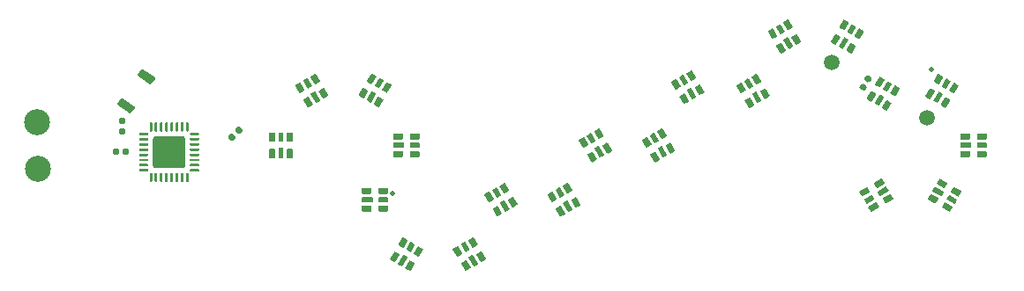
<source format=gbr>
G04 #@! TF.GenerationSoftware,KiCad,Pcbnew,(5.1.10)-1*
G04 #@! TF.CreationDate,2021-06-26T09:27:45-04:00*
G04 #@! TF.ProjectId,Main,4d61696e-2e6b-4696-9361-645f70636258,5*
G04 #@! TF.SameCoordinates,Original*
G04 #@! TF.FileFunction,Soldermask,Bot*
G04 #@! TF.FilePolarity,Negative*
%FSLAX46Y46*%
G04 Gerber Fmt 4.6, Leading zero omitted, Abs format (unit mm)*
G04 Created by KiCad (PCBNEW (5.1.10)-1) date 2021-06-26 09:27:45*
%MOMM*%
%LPD*%
G01*
G04 APERTURE LIST*
%ADD10C,0.500000*%
%ADD11C,2.500000*%
%ADD12C,1.500000*%
G04 APERTURE END LIST*
G36*
G01*
X109768706Y-100531850D02*
X109401617Y-101056108D01*
G75*
G02*
X109290199Y-101075754I-65532J45886D01*
G01*
X108110620Y-100249804D01*
G75*
G02*
X108090974Y-100138386I45886J65532D01*
G01*
X108458063Y-99614128D01*
G75*
G02*
X108569481Y-99594482I65532J-45886D01*
G01*
X109749060Y-100420432D01*
G75*
G02*
X109768706Y-100531850I-45886J-65532D01*
G01*
G37*
G36*
G01*
X111718866Y-97746732D02*
X111351777Y-98270990D01*
G75*
G02*
X111240359Y-98290636I-65532J45886D01*
G01*
X110060780Y-97464686D01*
G75*
G02*
X110041134Y-97353268I45886J65532D01*
G01*
X110408223Y-96829010D01*
G75*
G02*
X110519641Y-96809364I65532J-45886D01*
G01*
X111699220Y-97635314D01*
G75*
G02*
X111718866Y-97746732I-45886J-65532D01*
G01*
G37*
D10*
X134530000Y-108760000D03*
X186250000Y-96850000D03*
D11*
X100430000Y-101900000D03*
X100480000Y-106400000D03*
G36*
G01*
X181952531Y-108151795D02*
X182152531Y-108498205D01*
G75*
G02*
X182134230Y-108566506I-43301J-25000D01*
G01*
X181311506Y-109041506D01*
G75*
G02*
X181243205Y-109023205I-25000J43301D01*
G01*
X181043205Y-108676795D01*
G75*
G02*
X181061506Y-108608494I43301J25000D01*
G01*
X181884230Y-108133494D01*
G75*
G02*
X181952531Y-108151795I25000J-43301D01*
G01*
G37*
G36*
G01*
X179987469Y-109748205D02*
X179787469Y-109401795D01*
G75*
G02*
X179805770Y-109333494I43301J25000D01*
G01*
X180498590Y-108933494D01*
G75*
G02*
X180566891Y-108951795I25000J-43301D01*
G01*
X180766891Y-109298205D01*
G75*
G02*
X180748590Y-109366506I-43301J-25000D01*
G01*
X180055770Y-109766506D01*
G75*
G02*
X179987469Y-109748205I-25000J43301D01*
G01*
G37*
G36*
G01*
X179582468Y-109046724D02*
X179342468Y-108631032D01*
G75*
G02*
X179364430Y-108549070I51962J30000D01*
G01*
X180039930Y-108159070D01*
G75*
G02*
X180121892Y-108181032I30000J-51962D01*
G01*
X180361892Y-108596724D01*
G75*
G02*
X180339930Y-108678686I-51962J-30000D01*
G01*
X179664430Y-109068686D01*
G75*
G02*
X179582468Y-109046724I-30000J51962D01*
G01*
G37*
G36*
G01*
X182357532Y-108853276D02*
X182597532Y-109268968D01*
G75*
G02*
X182575570Y-109350930I-51962J-30000D01*
G01*
X181900070Y-109740930D01*
G75*
G02*
X181818108Y-109718968I-30000J51962D01*
G01*
X181578108Y-109303276D01*
G75*
G02*
X181600070Y-109221314I51962J30000D01*
G01*
X182275570Y-108831314D01*
G75*
G02*
X182357532Y-108853276I30000J-51962D01*
G01*
G37*
G36*
G01*
X180971892Y-109653276D02*
X181211892Y-110068968D01*
G75*
G02*
X181189930Y-110150930I-51962J-30000D01*
G01*
X180514430Y-110540930D01*
G75*
G02*
X180432468Y-110518968I-30000J51962D01*
G01*
X180192468Y-110103276D01*
G75*
G02*
X180214430Y-110021314I51962J30000D01*
G01*
X180889930Y-109631314D01*
G75*
G02*
X180971892Y-109653276I30000J-51962D01*
G01*
G37*
G36*
G01*
X181507532Y-107381032D02*
X181747532Y-107796724D01*
G75*
G02*
X181725570Y-107878686I-51962J-30000D01*
G01*
X181050070Y-108268686D01*
G75*
G02*
X180968108Y-108246724I-30000J51962D01*
G01*
X180728108Y-107831032D01*
G75*
G02*
X180750070Y-107749070I51962J30000D01*
G01*
X181425570Y-107359070D01*
G75*
G02*
X181507532Y-107381032I30000J-51962D01*
G01*
G37*
G36*
G01*
X186337469Y-108508205D02*
X186537469Y-108161795D01*
G75*
G02*
X186605770Y-108143494I43301J-25000D01*
G01*
X187428494Y-108618494D01*
G75*
G02*
X187446795Y-108686795I-25000J-43301D01*
G01*
X187246795Y-109033205D01*
G75*
G02*
X187178494Y-109051506I-43301J25000D01*
G01*
X186355770Y-108576506D01*
G75*
G02*
X186337469Y-108508205I25000J43301D01*
G01*
G37*
G36*
G01*
X188702531Y-109411795D02*
X188502531Y-109758205D01*
G75*
G02*
X188434230Y-109776506I-43301J25000D01*
G01*
X187741410Y-109376506D01*
G75*
G02*
X187723109Y-109308205I25000J43301D01*
G01*
X187923109Y-108961795D01*
G75*
G02*
X187991410Y-108943494I43301J-25000D01*
G01*
X188684230Y-109343494D01*
G75*
G02*
X188702531Y-109411795I-25000J-43301D01*
G01*
G37*
G36*
G01*
X188297532Y-110113276D02*
X188057532Y-110528968D01*
G75*
G02*
X187975570Y-110550930I-51962J30000D01*
G01*
X187300070Y-110160930D01*
G75*
G02*
X187278108Y-110078968I30000J51962D01*
G01*
X187518108Y-109663276D01*
G75*
G02*
X187600070Y-109641314I51962J-30000D01*
G01*
X188275570Y-110031314D01*
G75*
G02*
X188297532Y-110113276I-30000J-51962D01*
G01*
G37*
G36*
G01*
X186742468Y-107806724D02*
X186982468Y-107391032D01*
G75*
G02*
X187064430Y-107369070I51962J-30000D01*
G01*
X187739930Y-107759070D01*
G75*
G02*
X187761892Y-107841032I-30000J-51962D01*
G01*
X187521892Y-108256724D01*
G75*
G02*
X187439930Y-108278686I-51962J30000D01*
G01*
X186764430Y-107888686D01*
G75*
G02*
X186742468Y-107806724I30000J51962D01*
G01*
G37*
G36*
G01*
X188128108Y-108606724D02*
X188368108Y-108191032D01*
G75*
G02*
X188450070Y-108169070I51962J-30000D01*
G01*
X189125570Y-108559070D01*
G75*
G02*
X189147532Y-108641032I-30000J-51962D01*
G01*
X188907532Y-109056724D01*
G75*
G02*
X188825570Y-109078686I-51962J30000D01*
G01*
X188150070Y-108688686D01*
G75*
G02*
X188128108Y-108606724I30000J51962D01*
G01*
G37*
G36*
G01*
X185892468Y-109278968D02*
X186132468Y-108863276D01*
G75*
G02*
X186214430Y-108841314I51962J-30000D01*
G01*
X186889930Y-109231314D01*
G75*
G02*
X186911892Y-109313276I-30000J-51962D01*
G01*
X186671892Y-109728968D01*
G75*
G02*
X186589930Y-109750930I-51962J30000D01*
G01*
X185914430Y-109360930D01*
G75*
G02*
X185892468Y-109278968I30000J51962D01*
G01*
G37*
G36*
G01*
X189040000Y-104350000D02*
X189040000Y-103950000D01*
G75*
G02*
X189090000Y-103900000I50000J0D01*
G01*
X190040000Y-103900000D01*
G75*
G02*
X190090000Y-103950000I0J-50000D01*
G01*
X190090000Y-104350000D01*
G75*
G02*
X190040000Y-104400000I-50000J0D01*
G01*
X189090000Y-104400000D01*
G75*
G02*
X189040000Y-104350000I0J50000D01*
G01*
G37*
G36*
G01*
X191540000Y-103950000D02*
X191540000Y-104350000D01*
G75*
G02*
X191490000Y-104400000I-50000J0D01*
G01*
X190690000Y-104400000D01*
G75*
G02*
X190640000Y-104350000I0J50000D01*
G01*
X190640000Y-103950000D01*
G75*
G02*
X190690000Y-103900000I50000J0D01*
G01*
X191490000Y-103900000D01*
G75*
G02*
X191540000Y-103950000I0J-50000D01*
G01*
G37*
G36*
G01*
X191540000Y-104760000D02*
X191540000Y-105240000D01*
G75*
G02*
X191480000Y-105300000I-60000J0D01*
G01*
X190700000Y-105300000D01*
G75*
G02*
X190640000Y-105240000I0J60000D01*
G01*
X190640000Y-104760000D01*
G75*
G02*
X190700000Y-104700000I60000J0D01*
G01*
X191480000Y-104700000D01*
G75*
G02*
X191540000Y-104760000I0J-60000D01*
G01*
G37*
G36*
G01*
X189040000Y-103540000D02*
X189040000Y-103060000D01*
G75*
G02*
X189100000Y-103000000I60000J0D01*
G01*
X189880000Y-103000000D01*
G75*
G02*
X189940000Y-103060000I0J-60000D01*
G01*
X189940000Y-103540000D01*
G75*
G02*
X189880000Y-103600000I-60000J0D01*
G01*
X189100000Y-103600000D01*
G75*
G02*
X189040000Y-103540000I0J60000D01*
G01*
G37*
G36*
G01*
X190640000Y-103540000D02*
X190640000Y-103060000D01*
G75*
G02*
X190700000Y-103000000I60000J0D01*
G01*
X191480000Y-103000000D01*
G75*
G02*
X191540000Y-103060000I0J-60000D01*
G01*
X191540000Y-103540000D01*
G75*
G02*
X191480000Y-103600000I-60000J0D01*
G01*
X190700000Y-103600000D01*
G75*
G02*
X190640000Y-103540000I0J60000D01*
G01*
G37*
G36*
G01*
X189040000Y-105240000D02*
X189040000Y-104760000D01*
G75*
G02*
X189100000Y-104700000I60000J0D01*
G01*
X189880000Y-104700000D01*
G75*
G02*
X189940000Y-104760000I0J-60000D01*
G01*
X189940000Y-105240000D01*
G75*
G02*
X189880000Y-105300000I-60000J0D01*
G01*
X189100000Y-105300000D01*
G75*
G02*
X189040000Y-105240000I0J60000D01*
G01*
G37*
G36*
G01*
X186808205Y-100092531D02*
X186461795Y-99892531D01*
G75*
G02*
X186443494Y-99824230I25000J43301D01*
G01*
X186918494Y-99001506D01*
G75*
G02*
X186986795Y-98983205I43301J-25000D01*
G01*
X187333205Y-99183205D01*
G75*
G02*
X187351506Y-99251506I-25000J-43301D01*
G01*
X186876506Y-100074230D01*
G75*
G02*
X186808205Y-100092531I-43301J25000D01*
G01*
G37*
G36*
G01*
X187711795Y-97727469D02*
X188058205Y-97927469D01*
G75*
G02*
X188076506Y-97995770I-25000J-43301D01*
G01*
X187676506Y-98688590D01*
G75*
G02*
X187608205Y-98706891I-43301J25000D01*
G01*
X187261795Y-98506891D01*
G75*
G02*
X187243494Y-98438590I25000J43301D01*
G01*
X187643494Y-97745770D01*
G75*
G02*
X187711795Y-97727469I43301J-25000D01*
G01*
G37*
G36*
G01*
X188413276Y-98132468D02*
X188828968Y-98372468D01*
G75*
G02*
X188850930Y-98454430I-30000J-51962D01*
G01*
X188460930Y-99129930D01*
G75*
G02*
X188378968Y-99151892I-51962J30000D01*
G01*
X187963276Y-98911892D01*
G75*
G02*
X187941314Y-98829930I30000J51962D01*
G01*
X188331314Y-98154430D01*
G75*
G02*
X188413276Y-98132468I51962J-30000D01*
G01*
G37*
G36*
G01*
X186106724Y-99687532D02*
X185691032Y-99447532D01*
G75*
G02*
X185669070Y-99365570I30000J51962D01*
G01*
X186059070Y-98690070D01*
G75*
G02*
X186141032Y-98668108I51962J-30000D01*
G01*
X186556724Y-98908108D01*
G75*
G02*
X186578686Y-98990070I-30000J-51962D01*
G01*
X186188686Y-99665570D01*
G75*
G02*
X186106724Y-99687532I-51962J30000D01*
G01*
G37*
G36*
G01*
X186906724Y-98301892D02*
X186491032Y-98061892D01*
G75*
G02*
X186469070Y-97979930I30000J51962D01*
G01*
X186859070Y-97304430D01*
G75*
G02*
X186941032Y-97282468I51962J-30000D01*
G01*
X187356724Y-97522468D01*
G75*
G02*
X187378686Y-97604430I-30000J-51962D01*
G01*
X186988686Y-98279930D01*
G75*
G02*
X186906724Y-98301892I-51962J30000D01*
G01*
G37*
G36*
G01*
X187578968Y-100537532D02*
X187163276Y-100297532D01*
G75*
G02*
X187141314Y-100215570I30000J51962D01*
G01*
X187531314Y-99540070D01*
G75*
G02*
X187613276Y-99518108I51962J-30000D01*
G01*
X188028968Y-99758108D01*
G75*
G02*
X188050930Y-99840070I-30000J-51962D01*
G01*
X187660930Y-100515570D01*
G75*
G02*
X187578968Y-100537532I-51962J30000D01*
G01*
G37*
G36*
G01*
X181168205Y-100352531D02*
X180821795Y-100152531D01*
G75*
G02*
X180803494Y-100084230I25000J43301D01*
G01*
X181278494Y-99261506D01*
G75*
G02*
X181346795Y-99243205I43301J-25000D01*
G01*
X181693205Y-99443205D01*
G75*
G02*
X181711506Y-99511506I-25000J-43301D01*
G01*
X181236506Y-100334230D01*
G75*
G02*
X181168205Y-100352531I-43301J25000D01*
G01*
G37*
G36*
G01*
X182071795Y-97987469D02*
X182418205Y-98187469D01*
G75*
G02*
X182436506Y-98255770I-25000J-43301D01*
G01*
X182036506Y-98948590D01*
G75*
G02*
X181968205Y-98966891I-43301J25000D01*
G01*
X181621795Y-98766891D01*
G75*
G02*
X181603494Y-98698590I25000J43301D01*
G01*
X182003494Y-98005770D01*
G75*
G02*
X182071795Y-97987469I43301J-25000D01*
G01*
G37*
G36*
G01*
X182773276Y-98392468D02*
X183188968Y-98632468D01*
G75*
G02*
X183210930Y-98714430I-30000J-51962D01*
G01*
X182820930Y-99389930D01*
G75*
G02*
X182738968Y-99411892I-51962J30000D01*
G01*
X182323276Y-99171892D01*
G75*
G02*
X182301314Y-99089930I30000J51962D01*
G01*
X182691314Y-98414430D01*
G75*
G02*
X182773276Y-98392468I51962J-30000D01*
G01*
G37*
G36*
G01*
X180466724Y-99947532D02*
X180051032Y-99707532D01*
G75*
G02*
X180029070Y-99625570I30000J51962D01*
G01*
X180419070Y-98950070D01*
G75*
G02*
X180501032Y-98928108I51962J-30000D01*
G01*
X180916724Y-99168108D01*
G75*
G02*
X180938686Y-99250070I-30000J-51962D01*
G01*
X180548686Y-99925570D01*
G75*
G02*
X180466724Y-99947532I-51962J30000D01*
G01*
G37*
G36*
G01*
X181266724Y-98561892D02*
X180851032Y-98321892D01*
G75*
G02*
X180829070Y-98239930I30000J51962D01*
G01*
X181219070Y-97564430D01*
G75*
G02*
X181301032Y-97542468I51962J-30000D01*
G01*
X181716724Y-97782468D01*
G75*
G02*
X181738686Y-97864430I-30000J-51962D01*
G01*
X181348686Y-98539930D01*
G75*
G02*
X181266724Y-98561892I-51962J30000D01*
G01*
G37*
G36*
G01*
X181938968Y-100797532D02*
X181523276Y-100557532D01*
G75*
G02*
X181501314Y-100475570I30000J51962D01*
G01*
X181891314Y-99800070D01*
G75*
G02*
X181973276Y-99778108I51962J-30000D01*
G01*
X182388968Y-100018108D01*
G75*
G02*
X182410930Y-100100070I-30000J-51962D01*
G01*
X182020930Y-100775570D01*
G75*
G02*
X181938968Y-100797532I-51962J30000D01*
G01*
G37*
G36*
G01*
X177738205Y-94852531D02*
X177391795Y-94652531D01*
G75*
G02*
X177373494Y-94584230I25000J43301D01*
G01*
X177848494Y-93761506D01*
G75*
G02*
X177916795Y-93743205I43301J-25000D01*
G01*
X178263205Y-93943205D01*
G75*
G02*
X178281506Y-94011506I-25000J-43301D01*
G01*
X177806506Y-94834230D01*
G75*
G02*
X177738205Y-94852531I-43301J25000D01*
G01*
G37*
G36*
G01*
X178641795Y-92487469D02*
X178988205Y-92687469D01*
G75*
G02*
X179006506Y-92755770I-25000J-43301D01*
G01*
X178606506Y-93448590D01*
G75*
G02*
X178538205Y-93466891I-43301J25000D01*
G01*
X178191795Y-93266891D01*
G75*
G02*
X178173494Y-93198590I25000J43301D01*
G01*
X178573494Y-92505770D01*
G75*
G02*
X178641795Y-92487469I43301J-25000D01*
G01*
G37*
G36*
G01*
X179343276Y-92892468D02*
X179758968Y-93132468D01*
G75*
G02*
X179780930Y-93214430I-30000J-51962D01*
G01*
X179390930Y-93889930D01*
G75*
G02*
X179308968Y-93911892I-51962J30000D01*
G01*
X178893276Y-93671892D01*
G75*
G02*
X178871314Y-93589930I30000J51962D01*
G01*
X179261314Y-92914430D01*
G75*
G02*
X179343276Y-92892468I51962J-30000D01*
G01*
G37*
G36*
G01*
X177036724Y-94447532D02*
X176621032Y-94207532D01*
G75*
G02*
X176599070Y-94125570I30000J51962D01*
G01*
X176989070Y-93450070D01*
G75*
G02*
X177071032Y-93428108I51962J-30000D01*
G01*
X177486724Y-93668108D01*
G75*
G02*
X177508686Y-93750070I-30000J-51962D01*
G01*
X177118686Y-94425570D01*
G75*
G02*
X177036724Y-94447532I-51962J30000D01*
G01*
G37*
G36*
G01*
X177836724Y-93061892D02*
X177421032Y-92821892D01*
G75*
G02*
X177399070Y-92739930I30000J51962D01*
G01*
X177789070Y-92064430D01*
G75*
G02*
X177871032Y-92042468I51962J-30000D01*
G01*
X178286724Y-92282468D01*
G75*
G02*
X178308686Y-92364430I-30000J-51962D01*
G01*
X177918686Y-93039930D01*
G75*
G02*
X177836724Y-93061892I-51962J30000D01*
G01*
G37*
G36*
G01*
X178508968Y-95297532D02*
X178093276Y-95057532D01*
G75*
G02*
X178071314Y-94975570I30000J51962D01*
G01*
X178461314Y-94300070D01*
G75*
G02*
X178543276Y-94278108I51962J-30000D01*
G01*
X178958968Y-94518108D01*
G75*
G02*
X178980930Y-94600070I-30000J-51962D01*
G01*
X178590930Y-95275570D01*
G75*
G02*
X178508968Y-95297532I-51962J30000D01*
G01*
G37*
G36*
G01*
X172938205Y-94652531D02*
X172591795Y-94852531D01*
G75*
G02*
X172523494Y-94834230I-25000J43301D01*
G01*
X172048494Y-94011506D01*
G75*
G02*
X172066795Y-93943205I43301J25000D01*
G01*
X172413205Y-93743205D01*
G75*
G02*
X172481506Y-93761506I25000J-43301D01*
G01*
X172956506Y-94584230D01*
G75*
G02*
X172938205Y-94652531I-43301J-25000D01*
G01*
G37*
G36*
G01*
X171341795Y-92687469D02*
X171688205Y-92487469D01*
G75*
G02*
X171756506Y-92505770I25000J-43301D01*
G01*
X172156506Y-93198590D01*
G75*
G02*
X172138205Y-93266891I-43301J-25000D01*
G01*
X171791795Y-93466891D01*
G75*
G02*
X171723494Y-93448590I-25000J43301D01*
G01*
X171323494Y-92755770D01*
G75*
G02*
X171341795Y-92687469I43301J25000D01*
G01*
G37*
G36*
G01*
X172043276Y-92282468D02*
X172458968Y-92042468D01*
G75*
G02*
X172540930Y-92064430I30000J-51962D01*
G01*
X172930930Y-92739930D01*
G75*
G02*
X172908968Y-92821892I-51962J-30000D01*
G01*
X172493276Y-93061892D01*
G75*
G02*
X172411314Y-93039930I-30000J51962D01*
G01*
X172021314Y-92364430D01*
G75*
G02*
X172043276Y-92282468I51962J30000D01*
G01*
G37*
G36*
G01*
X172236724Y-95057532D02*
X171821032Y-95297532D01*
G75*
G02*
X171739070Y-95275570I-30000J51962D01*
G01*
X171349070Y-94600070D01*
G75*
G02*
X171371032Y-94518108I51962J30000D01*
G01*
X171786724Y-94278108D01*
G75*
G02*
X171868686Y-94300070I30000J-51962D01*
G01*
X172258686Y-94975570D01*
G75*
G02*
X172236724Y-95057532I-51962J-30000D01*
G01*
G37*
G36*
G01*
X171436724Y-93671892D02*
X171021032Y-93911892D01*
G75*
G02*
X170939070Y-93889930I-30000J51962D01*
G01*
X170549070Y-93214430D01*
G75*
G02*
X170571032Y-93132468I51962J30000D01*
G01*
X170986724Y-92892468D01*
G75*
G02*
X171068686Y-92914430I30000J-51962D01*
G01*
X171458686Y-93589930D01*
G75*
G02*
X171436724Y-93671892I-51962J-30000D01*
G01*
G37*
G36*
G01*
X173708968Y-94207532D02*
X173293276Y-94447532D01*
G75*
G02*
X173211314Y-94425570I-30000J51962D01*
G01*
X172821314Y-93750070D01*
G75*
G02*
X172843276Y-93668108I51962J30000D01*
G01*
X173258968Y-93428108D01*
G75*
G02*
X173340930Y-93450070I30000J-51962D01*
G01*
X173730930Y-94125570D01*
G75*
G02*
X173708968Y-94207532I-51962J-30000D01*
G01*
G37*
G36*
G01*
X169918205Y-99892531D02*
X169571795Y-100092531D01*
G75*
G02*
X169503494Y-100074230I-25000J43301D01*
G01*
X169028494Y-99251506D01*
G75*
G02*
X169046795Y-99183205I43301J25000D01*
G01*
X169393205Y-98983205D01*
G75*
G02*
X169461506Y-99001506I25000J-43301D01*
G01*
X169936506Y-99824230D01*
G75*
G02*
X169918205Y-99892531I-43301J-25000D01*
G01*
G37*
G36*
G01*
X168321795Y-97927469D02*
X168668205Y-97727469D01*
G75*
G02*
X168736506Y-97745770I25000J-43301D01*
G01*
X169136506Y-98438590D01*
G75*
G02*
X169118205Y-98506891I-43301J-25000D01*
G01*
X168771795Y-98706891D01*
G75*
G02*
X168703494Y-98688590I-25000J43301D01*
G01*
X168303494Y-97995770D01*
G75*
G02*
X168321795Y-97927469I43301J25000D01*
G01*
G37*
G36*
G01*
X169023276Y-97522468D02*
X169438968Y-97282468D01*
G75*
G02*
X169520930Y-97304430I30000J-51962D01*
G01*
X169910930Y-97979930D01*
G75*
G02*
X169888968Y-98061892I-51962J-30000D01*
G01*
X169473276Y-98301892D01*
G75*
G02*
X169391314Y-98279930I-30000J51962D01*
G01*
X169001314Y-97604430D01*
G75*
G02*
X169023276Y-97522468I51962J30000D01*
G01*
G37*
G36*
G01*
X169216724Y-100297532D02*
X168801032Y-100537532D01*
G75*
G02*
X168719070Y-100515570I-30000J51962D01*
G01*
X168329070Y-99840070D01*
G75*
G02*
X168351032Y-99758108I51962J30000D01*
G01*
X168766724Y-99518108D01*
G75*
G02*
X168848686Y-99540070I30000J-51962D01*
G01*
X169238686Y-100215570D01*
G75*
G02*
X169216724Y-100297532I-51962J-30000D01*
G01*
G37*
G36*
G01*
X168416724Y-98911892D02*
X168001032Y-99151892D01*
G75*
G02*
X167919070Y-99129930I-30000J51962D01*
G01*
X167529070Y-98454430D01*
G75*
G02*
X167551032Y-98372468I51962J30000D01*
G01*
X167966724Y-98132468D01*
G75*
G02*
X168048686Y-98154430I30000J-51962D01*
G01*
X168438686Y-98829930D01*
G75*
G02*
X168416724Y-98911892I-51962J-30000D01*
G01*
G37*
G36*
G01*
X170688968Y-99447532D02*
X170273276Y-99687532D01*
G75*
G02*
X170191314Y-99665570I-30000J51962D01*
G01*
X169801314Y-98990070D01*
G75*
G02*
X169823276Y-98908108I51962J30000D01*
G01*
X170238968Y-98668108D01*
G75*
G02*
X170320930Y-98690070I30000J-51962D01*
G01*
X170710930Y-99365570D01*
G75*
G02*
X170688968Y-99447532I-51962J-30000D01*
G01*
G37*
G36*
G01*
X163658205Y-99532531D02*
X163311795Y-99732531D01*
G75*
G02*
X163243494Y-99714230I-25000J43301D01*
G01*
X162768494Y-98891506D01*
G75*
G02*
X162786795Y-98823205I43301J25000D01*
G01*
X163133205Y-98623205D01*
G75*
G02*
X163201506Y-98641506I25000J-43301D01*
G01*
X163676506Y-99464230D01*
G75*
G02*
X163658205Y-99532531I-43301J-25000D01*
G01*
G37*
G36*
G01*
X162061795Y-97567469D02*
X162408205Y-97367469D01*
G75*
G02*
X162476506Y-97385770I25000J-43301D01*
G01*
X162876506Y-98078590D01*
G75*
G02*
X162858205Y-98146891I-43301J-25000D01*
G01*
X162511795Y-98346891D01*
G75*
G02*
X162443494Y-98328590I-25000J43301D01*
G01*
X162043494Y-97635770D01*
G75*
G02*
X162061795Y-97567469I43301J25000D01*
G01*
G37*
G36*
G01*
X162763276Y-97162468D02*
X163178968Y-96922468D01*
G75*
G02*
X163260930Y-96944430I30000J-51962D01*
G01*
X163650930Y-97619930D01*
G75*
G02*
X163628968Y-97701892I-51962J-30000D01*
G01*
X163213276Y-97941892D01*
G75*
G02*
X163131314Y-97919930I-30000J51962D01*
G01*
X162741314Y-97244430D01*
G75*
G02*
X162763276Y-97162468I51962J30000D01*
G01*
G37*
G36*
G01*
X162956724Y-99937532D02*
X162541032Y-100177532D01*
G75*
G02*
X162459070Y-100155570I-30000J51962D01*
G01*
X162069070Y-99480070D01*
G75*
G02*
X162091032Y-99398108I51962J30000D01*
G01*
X162506724Y-99158108D01*
G75*
G02*
X162588686Y-99180070I30000J-51962D01*
G01*
X162978686Y-99855570D01*
G75*
G02*
X162956724Y-99937532I-51962J-30000D01*
G01*
G37*
G36*
G01*
X162156724Y-98551892D02*
X161741032Y-98791892D01*
G75*
G02*
X161659070Y-98769930I-30000J51962D01*
G01*
X161269070Y-98094430D01*
G75*
G02*
X161291032Y-98012468I51962J30000D01*
G01*
X161706724Y-97772468D01*
G75*
G02*
X161788686Y-97794430I30000J-51962D01*
G01*
X162178686Y-98469930D01*
G75*
G02*
X162156724Y-98551892I-51962J-30000D01*
G01*
G37*
G36*
G01*
X164428968Y-99087532D02*
X164013276Y-99327532D01*
G75*
G02*
X163931314Y-99305570I-30000J51962D01*
G01*
X163541314Y-98630070D01*
G75*
G02*
X163563276Y-98548108I51962J30000D01*
G01*
X163978968Y-98308108D01*
G75*
G02*
X164060930Y-98330070I30000J-51962D01*
G01*
X164450930Y-99005570D01*
G75*
G02*
X164428968Y-99087532I-51962J-30000D01*
G01*
G37*
G36*
G01*
X160848205Y-105132531D02*
X160501795Y-105332531D01*
G75*
G02*
X160433494Y-105314230I-25000J43301D01*
G01*
X159958494Y-104491506D01*
G75*
G02*
X159976795Y-104423205I43301J25000D01*
G01*
X160323205Y-104223205D01*
G75*
G02*
X160391506Y-104241506I25000J-43301D01*
G01*
X160866506Y-105064230D01*
G75*
G02*
X160848205Y-105132531I-43301J-25000D01*
G01*
G37*
G36*
G01*
X159251795Y-103167469D02*
X159598205Y-102967469D01*
G75*
G02*
X159666506Y-102985770I25000J-43301D01*
G01*
X160066506Y-103678590D01*
G75*
G02*
X160048205Y-103746891I-43301J-25000D01*
G01*
X159701795Y-103946891D01*
G75*
G02*
X159633494Y-103928590I-25000J43301D01*
G01*
X159233494Y-103235770D01*
G75*
G02*
X159251795Y-103167469I43301J25000D01*
G01*
G37*
G36*
G01*
X159953276Y-102762468D02*
X160368968Y-102522468D01*
G75*
G02*
X160450930Y-102544430I30000J-51962D01*
G01*
X160840930Y-103219930D01*
G75*
G02*
X160818968Y-103301892I-51962J-30000D01*
G01*
X160403276Y-103541892D01*
G75*
G02*
X160321314Y-103519930I-30000J51962D01*
G01*
X159931314Y-102844430D01*
G75*
G02*
X159953276Y-102762468I51962J30000D01*
G01*
G37*
G36*
G01*
X160146724Y-105537532D02*
X159731032Y-105777532D01*
G75*
G02*
X159649070Y-105755570I-30000J51962D01*
G01*
X159259070Y-105080070D01*
G75*
G02*
X159281032Y-104998108I51962J30000D01*
G01*
X159696724Y-104758108D01*
G75*
G02*
X159778686Y-104780070I30000J-51962D01*
G01*
X160168686Y-105455570D01*
G75*
G02*
X160146724Y-105537532I-51962J-30000D01*
G01*
G37*
G36*
G01*
X159346724Y-104151892D02*
X158931032Y-104391892D01*
G75*
G02*
X158849070Y-104369930I-30000J51962D01*
G01*
X158459070Y-103694430D01*
G75*
G02*
X158481032Y-103612468I51962J30000D01*
G01*
X158896724Y-103372468D01*
G75*
G02*
X158978686Y-103394430I30000J-51962D01*
G01*
X159368686Y-104069930D01*
G75*
G02*
X159346724Y-104151892I-51962J-30000D01*
G01*
G37*
G36*
G01*
X161618968Y-104687532D02*
X161203276Y-104927532D01*
G75*
G02*
X161121314Y-104905570I-30000J51962D01*
G01*
X160731314Y-104230070D01*
G75*
G02*
X160753276Y-104148108I51962J30000D01*
G01*
X161168968Y-103908108D01*
G75*
G02*
X161250930Y-103930070I30000J-51962D01*
G01*
X161640930Y-104605570D01*
G75*
G02*
X161618968Y-104687532I-51962J-30000D01*
G01*
G37*
G36*
G01*
X154798205Y-105132531D02*
X154451795Y-105332531D01*
G75*
G02*
X154383494Y-105314230I-25000J43301D01*
G01*
X153908494Y-104491506D01*
G75*
G02*
X153926795Y-104423205I43301J25000D01*
G01*
X154273205Y-104223205D01*
G75*
G02*
X154341506Y-104241506I25000J-43301D01*
G01*
X154816506Y-105064230D01*
G75*
G02*
X154798205Y-105132531I-43301J-25000D01*
G01*
G37*
G36*
G01*
X153201795Y-103167469D02*
X153548205Y-102967469D01*
G75*
G02*
X153616506Y-102985770I25000J-43301D01*
G01*
X154016506Y-103678590D01*
G75*
G02*
X153998205Y-103746891I-43301J-25000D01*
G01*
X153651795Y-103946891D01*
G75*
G02*
X153583494Y-103928590I-25000J43301D01*
G01*
X153183494Y-103235770D01*
G75*
G02*
X153201795Y-103167469I43301J25000D01*
G01*
G37*
G36*
G01*
X153903276Y-102762468D02*
X154318968Y-102522468D01*
G75*
G02*
X154400930Y-102544430I30000J-51962D01*
G01*
X154790930Y-103219930D01*
G75*
G02*
X154768968Y-103301892I-51962J-30000D01*
G01*
X154353276Y-103541892D01*
G75*
G02*
X154271314Y-103519930I-30000J51962D01*
G01*
X153881314Y-102844430D01*
G75*
G02*
X153903276Y-102762468I51962J30000D01*
G01*
G37*
G36*
G01*
X154096724Y-105537532D02*
X153681032Y-105777532D01*
G75*
G02*
X153599070Y-105755570I-30000J51962D01*
G01*
X153209070Y-105080070D01*
G75*
G02*
X153231032Y-104998108I51962J30000D01*
G01*
X153646724Y-104758108D01*
G75*
G02*
X153728686Y-104780070I30000J-51962D01*
G01*
X154118686Y-105455570D01*
G75*
G02*
X154096724Y-105537532I-51962J-30000D01*
G01*
G37*
G36*
G01*
X153296724Y-104151892D02*
X152881032Y-104391892D01*
G75*
G02*
X152799070Y-104369930I-30000J51962D01*
G01*
X152409070Y-103694430D01*
G75*
G02*
X152431032Y-103612468I51962J30000D01*
G01*
X152846724Y-103372468D01*
G75*
G02*
X152928686Y-103394430I30000J-51962D01*
G01*
X153318686Y-104069930D01*
G75*
G02*
X153296724Y-104151892I-51962J-30000D01*
G01*
G37*
G36*
G01*
X155568968Y-104687532D02*
X155153276Y-104927532D01*
G75*
G02*
X155071314Y-104905570I-30000J51962D01*
G01*
X154681314Y-104230070D01*
G75*
G02*
X154703276Y-104148108I51962J30000D01*
G01*
X155118968Y-103908108D01*
G75*
G02*
X155200930Y-103930070I30000J-51962D01*
G01*
X155590930Y-104605570D01*
G75*
G02*
X155568968Y-104687532I-51962J-30000D01*
G01*
G37*
G36*
G01*
X151778205Y-110372531D02*
X151431795Y-110572531D01*
G75*
G02*
X151363494Y-110554230I-25000J43301D01*
G01*
X150888494Y-109731506D01*
G75*
G02*
X150906795Y-109663205I43301J25000D01*
G01*
X151253205Y-109463205D01*
G75*
G02*
X151321506Y-109481506I25000J-43301D01*
G01*
X151796506Y-110304230D01*
G75*
G02*
X151778205Y-110372531I-43301J-25000D01*
G01*
G37*
G36*
G01*
X150181795Y-108407469D02*
X150528205Y-108207469D01*
G75*
G02*
X150596506Y-108225770I25000J-43301D01*
G01*
X150996506Y-108918590D01*
G75*
G02*
X150978205Y-108986891I-43301J-25000D01*
G01*
X150631795Y-109186891D01*
G75*
G02*
X150563494Y-109168590I-25000J43301D01*
G01*
X150163494Y-108475770D01*
G75*
G02*
X150181795Y-108407469I43301J25000D01*
G01*
G37*
G36*
G01*
X150883276Y-108002468D02*
X151298968Y-107762468D01*
G75*
G02*
X151380930Y-107784430I30000J-51962D01*
G01*
X151770930Y-108459930D01*
G75*
G02*
X151748968Y-108541892I-51962J-30000D01*
G01*
X151333276Y-108781892D01*
G75*
G02*
X151251314Y-108759930I-30000J51962D01*
G01*
X150861314Y-108084430D01*
G75*
G02*
X150883276Y-108002468I51962J30000D01*
G01*
G37*
G36*
G01*
X151076724Y-110777532D02*
X150661032Y-111017532D01*
G75*
G02*
X150579070Y-110995570I-30000J51962D01*
G01*
X150189070Y-110320070D01*
G75*
G02*
X150211032Y-110238108I51962J30000D01*
G01*
X150626724Y-109998108D01*
G75*
G02*
X150708686Y-110020070I30000J-51962D01*
G01*
X151098686Y-110695570D01*
G75*
G02*
X151076724Y-110777532I-51962J-30000D01*
G01*
G37*
G36*
G01*
X150276724Y-109391892D02*
X149861032Y-109631892D01*
G75*
G02*
X149779070Y-109609930I-30000J51962D01*
G01*
X149389070Y-108934430D01*
G75*
G02*
X149411032Y-108852468I51962J30000D01*
G01*
X149826724Y-108612468D01*
G75*
G02*
X149908686Y-108634430I30000J-51962D01*
G01*
X150298686Y-109309930D01*
G75*
G02*
X150276724Y-109391892I-51962J-30000D01*
G01*
G37*
G36*
G01*
X152548968Y-109927532D02*
X152133276Y-110167532D01*
G75*
G02*
X152051314Y-110145570I-30000J51962D01*
G01*
X151661314Y-109470070D01*
G75*
G02*
X151683276Y-109388108I51962J30000D01*
G01*
X152098968Y-109148108D01*
G75*
G02*
X152180930Y-109170070I30000J-51962D01*
G01*
X152570930Y-109845570D01*
G75*
G02*
X152548968Y-109927532I-51962J-30000D01*
G01*
G37*
G36*
G01*
X145718205Y-110362531D02*
X145371795Y-110562531D01*
G75*
G02*
X145303494Y-110544230I-25000J43301D01*
G01*
X144828494Y-109721506D01*
G75*
G02*
X144846795Y-109653205I43301J25000D01*
G01*
X145193205Y-109453205D01*
G75*
G02*
X145261506Y-109471506I25000J-43301D01*
G01*
X145736506Y-110294230D01*
G75*
G02*
X145718205Y-110362531I-43301J-25000D01*
G01*
G37*
G36*
G01*
X144121795Y-108397469D02*
X144468205Y-108197469D01*
G75*
G02*
X144536506Y-108215770I25000J-43301D01*
G01*
X144936506Y-108908590D01*
G75*
G02*
X144918205Y-108976891I-43301J-25000D01*
G01*
X144571795Y-109176891D01*
G75*
G02*
X144503494Y-109158590I-25000J43301D01*
G01*
X144103494Y-108465770D01*
G75*
G02*
X144121795Y-108397469I43301J25000D01*
G01*
G37*
G36*
G01*
X144823276Y-107992468D02*
X145238968Y-107752468D01*
G75*
G02*
X145320930Y-107774430I30000J-51962D01*
G01*
X145710930Y-108449930D01*
G75*
G02*
X145688968Y-108531892I-51962J-30000D01*
G01*
X145273276Y-108771892D01*
G75*
G02*
X145191314Y-108749930I-30000J51962D01*
G01*
X144801314Y-108074430D01*
G75*
G02*
X144823276Y-107992468I51962J30000D01*
G01*
G37*
G36*
G01*
X145016724Y-110767532D02*
X144601032Y-111007532D01*
G75*
G02*
X144519070Y-110985570I-30000J51962D01*
G01*
X144129070Y-110310070D01*
G75*
G02*
X144151032Y-110228108I51962J30000D01*
G01*
X144566724Y-109988108D01*
G75*
G02*
X144648686Y-110010070I30000J-51962D01*
G01*
X145038686Y-110685570D01*
G75*
G02*
X145016724Y-110767532I-51962J-30000D01*
G01*
G37*
G36*
G01*
X144216724Y-109381892D02*
X143801032Y-109621892D01*
G75*
G02*
X143719070Y-109599930I-30000J51962D01*
G01*
X143329070Y-108924430D01*
G75*
G02*
X143351032Y-108842468I51962J30000D01*
G01*
X143766724Y-108602468D01*
G75*
G02*
X143848686Y-108624430I30000J-51962D01*
G01*
X144238686Y-109299930D01*
G75*
G02*
X144216724Y-109381892I-51962J-30000D01*
G01*
G37*
G36*
G01*
X146488968Y-109917532D02*
X146073276Y-110157532D01*
G75*
G02*
X145991314Y-110135570I-30000J51962D01*
G01*
X145601314Y-109460070D01*
G75*
G02*
X145623276Y-109378108I51962J30000D01*
G01*
X146038968Y-109138108D01*
G75*
G02*
X146120930Y-109160070I30000J-51962D01*
G01*
X146510930Y-109835570D01*
G75*
G02*
X146488968Y-109917532I-51962J-30000D01*
G01*
G37*
G36*
G01*
X142698205Y-115602531D02*
X142351795Y-115802531D01*
G75*
G02*
X142283494Y-115784230I-25000J43301D01*
G01*
X141808494Y-114961506D01*
G75*
G02*
X141826795Y-114893205I43301J25000D01*
G01*
X142173205Y-114693205D01*
G75*
G02*
X142241506Y-114711506I25000J-43301D01*
G01*
X142716506Y-115534230D01*
G75*
G02*
X142698205Y-115602531I-43301J-25000D01*
G01*
G37*
G36*
G01*
X141101795Y-113637469D02*
X141448205Y-113437469D01*
G75*
G02*
X141516506Y-113455770I25000J-43301D01*
G01*
X141916506Y-114148590D01*
G75*
G02*
X141898205Y-114216891I-43301J-25000D01*
G01*
X141551795Y-114416891D01*
G75*
G02*
X141483494Y-114398590I-25000J43301D01*
G01*
X141083494Y-113705770D01*
G75*
G02*
X141101795Y-113637469I43301J25000D01*
G01*
G37*
G36*
G01*
X141803276Y-113232468D02*
X142218968Y-112992468D01*
G75*
G02*
X142300930Y-113014430I30000J-51962D01*
G01*
X142690930Y-113689930D01*
G75*
G02*
X142668968Y-113771892I-51962J-30000D01*
G01*
X142253276Y-114011892D01*
G75*
G02*
X142171314Y-113989930I-30000J51962D01*
G01*
X141781314Y-113314430D01*
G75*
G02*
X141803276Y-113232468I51962J30000D01*
G01*
G37*
G36*
G01*
X141996724Y-116007532D02*
X141581032Y-116247532D01*
G75*
G02*
X141499070Y-116225570I-30000J51962D01*
G01*
X141109070Y-115550070D01*
G75*
G02*
X141131032Y-115468108I51962J30000D01*
G01*
X141546724Y-115228108D01*
G75*
G02*
X141628686Y-115250070I30000J-51962D01*
G01*
X142018686Y-115925570D01*
G75*
G02*
X141996724Y-116007532I-51962J-30000D01*
G01*
G37*
G36*
G01*
X141196724Y-114621892D02*
X140781032Y-114861892D01*
G75*
G02*
X140699070Y-114839930I-30000J51962D01*
G01*
X140309070Y-114164430D01*
G75*
G02*
X140331032Y-114082468I51962J30000D01*
G01*
X140746724Y-113842468D01*
G75*
G02*
X140828686Y-113864430I30000J-51962D01*
G01*
X141218686Y-114539930D01*
G75*
G02*
X141196724Y-114621892I-51962J-30000D01*
G01*
G37*
G36*
G01*
X143468968Y-115157532D02*
X143053276Y-115397532D01*
G75*
G02*
X142971314Y-115375570I-30000J51962D01*
G01*
X142581314Y-114700070D01*
G75*
G02*
X142603276Y-114618108I51962J30000D01*
G01*
X143018968Y-114378108D01*
G75*
G02*
X143100930Y-114400070I30000J-51962D01*
G01*
X143490930Y-115075570D01*
G75*
G02*
X143468968Y-115157532I-51962J-30000D01*
G01*
G37*
G36*
G01*
X135408205Y-115812531D02*
X135061795Y-115612531D01*
G75*
G02*
X135043494Y-115544230I25000J43301D01*
G01*
X135518494Y-114721506D01*
G75*
G02*
X135586795Y-114703205I43301J-25000D01*
G01*
X135933205Y-114903205D01*
G75*
G02*
X135951506Y-114971506I-25000J-43301D01*
G01*
X135476506Y-115794230D01*
G75*
G02*
X135408205Y-115812531I-43301J25000D01*
G01*
G37*
G36*
G01*
X136311795Y-113447469D02*
X136658205Y-113647469D01*
G75*
G02*
X136676506Y-113715770I-25000J-43301D01*
G01*
X136276506Y-114408590D01*
G75*
G02*
X136208205Y-114426891I-43301J25000D01*
G01*
X135861795Y-114226891D01*
G75*
G02*
X135843494Y-114158590I25000J43301D01*
G01*
X136243494Y-113465770D01*
G75*
G02*
X136311795Y-113447469I43301J-25000D01*
G01*
G37*
G36*
G01*
X137013276Y-113852468D02*
X137428968Y-114092468D01*
G75*
G02*
X137450930Y-114174430I-30000J-51962D01*
G01*
X137060930Y-114849930D01*
G75*
G02*
X136978968Y-114871892I-51962J30000D01*
G01*
X136563276Y-114631892D01*
G75*
G02*
X136541314Y-114549930I30000J51962D01*
G01*
X136931314Y-113874430D01*
G75*
G02*
X137013276Y-113852468I51962J-30000D01*
G01*
G37*
G36*
G01*
X134706724Y-115407532D02*
X134291032Y-115167532D01*
G75*
G02*
X134269070Y-115085570I30000J51962D01*
G01*
X134659070Y-114410070D01*
G75*
G02*
X134741032Y-114388108I51962J-30000D01*
G01*
X135156724Y-114628108D01*
G75*
G02*
X135178686Y-114710070I-30000J-51962D01*
G01*
X134788686Y-115385570D01*
G75*
G02*
X134706724Y-115407532I-51962J30000D01*
G01*
G37*
G36*
G01*
X135506724Y-114021892D02*
X135091032Y-113781892D01*
G75*
G02*
X135069070Y-113699930I30000J51962D01*
G01*
X135459070Y-113024430D01*
G75*
G02*
X135541032Y-113002468I51962J-30000D01*
G01*
X135956724Y-113242468D01*
G75*
G02*
X135978686Y-113324430I-30000J-51962D01*
G01*
X135588686Y-113999930D01*
G75*
G02*
X135506724Y-114021892I-51962J30000D01*
G01*
G37*
G36*
G01*
X136178968Y-116257532D02*
X135763276Y-116017532D01*
G75*
G02*
X135741314Y-115935570I30000J51962D01*
G01*
X136131314Y-115260070D01*
G75*
G02*
X136213276Y-115238108I51962J-30000D01*
G01*
X136628968Y-115478108D01*
G75*
G02*
X136650930Y-115560070I-30000J-51962D01*
G01*
X136260930Y-116235570D01*
G75*
G02*
X136178968Y-116257532I-51962J30000D01*
G01*
G37*
G36*
G01*
X131580000Y-109590000D02*
X131580000Y-109190000D01*
G75*
G02*
X131630000Y-109140000I50000J0D01*
G01*
X132580000Y-109140000D01*
G75*
G02*
X132630000Y-109190000I0J-50000D01*
G01*
X132630000Y-109590000D01*
G75*
G02*
X132580000Y-109640000I-50000J0D01*
G01*
X131630000Y-109640000D01*
G75*
G02*
X131580000Y-109590000I0J50000D01*
G01*
G37*
G36*
G01*
X134080000Y-109190000D02*
X134080000Y-109590000D01*
G75*
G02*
X134030000Y-109640000I-50000J0D01*
G01*
X133230000Y-109640000D01*
G75*
G02*
X133180000Y-109590000I0J50000D01*
G01*
X133180000Y-109190000D01*
G75*
G02*
X133230000Y-109140000I50000J0D01*
G01*
X134030000Y-109140000D01*
G75*
G02*
X134080000Y-109190000I0J-50000D01*
G01*
G37*
G36*
G01*
X134080000Y-110000000D02*
X134080000Y-110480000D01*
G75*
G02*
X134020000Y-110540000I-60000J0D01*
G01*
X133240000Y-110540000D01*
G75*
G02*
X133180000Y-110480000I0J60000D01*
G01*
X133180000Y-110000000D01*
G75*
G02*
X133240000Y-109940000I60000J0D01*
G01*
X134020000Y-109940000D01*
G75*
G02*
X134080000Y-110000000I0J-60000D01*
G01*
G37*
G36*
G01*
X131580000Y-108780000D02*
X131580000Y-108300000D01*
G75*
G02*
X131640000Y-108240000I60000J0D01*
G01*
X132420000Y-108240000D01*
G75*
G02*
X132480000Y-108300000I0J-60000D01*
G01*
X132480000Y-108780000D01*
G75*
G02*
X132420000Y-108840000I-60000J0D01*
G01*
X131640000Y-108840000D01*
G75*
G02*
X131580000Y-108780000I0J60000D01*
G01*
G37*
G36*
G01*
X133180000Y-108780000D02*
X133180000Y-108300000D01*
G75*
G02*
X133240000Y-108240000I60000J0D01*
G01*
X134020000Y-108240000D01*
G75*
G02*
X134080000Y-108300000I0J-60000D01*
G01*
X134080000Y-108780000D01*
G75*
G02*
X134020000Y-108840000I-60000J0D01*
G01*
X133240000Y-108840000D01*
G75*
G02*
X133180000Y-108780000I0J60000D01*
G01*
G37*
G36*
G01*
X131580000Y-110480000D02*
X131580000Y-110000000D01*
G75*
G02*
X131640000Y-109940000I60000J0D01*
G01*
X132420000Y-109940000D01*
G75*
G02*
X132480000Y-110000000I0J-60000D01*
G01*
X132480000Y-110480000D01*
G75*
G02*
X132420000Y-110540000I-60000J0D01*
G01*
X131640000Y-110540000D01*
G75*
G02*
X131580000Y-110480000I0J60000D01*
G01*
G37*
G36*
G01*
X134600000Y-104350000D02*
X134600000Y-103950000D01*
G75*
G02*
X134650000Y-103900000I50000J0D01*
G01*
X135600000Y-103900000D01*
G75*
G02*
X135650000Y-103950000I0J-50000D01*
G01*
X135650000Y-104350000D01*
G75*
G02*
X135600000Y-104400000I-50000J0D01*
G01*
X134650000Y-104400000D01*
G75*
G02*
X134600000Y-104350000I0J50000D01*
G01*
G37*
G36*
G01*
X137100000Y-103950000D02*
X137100000Y-104350000D01*
G75*
G02*
X137050000Y-104400000I-50000J0D01*
G01*
X136250000Y-104400000D01*
G75*
G02*
X136200000Y-104350000I0J50000D01*
G01*
X136200000Y-103950000D01*
G75*
G02*
X136250000Y-103900000I50000J0D01*
G01*
X137050000Y-103900000D01*
G75*
G02*
X137100000Y-103950000I0J-50000D01*
G01*
G37*
G36*
G01*
X137100000Y-104760000D02*
X137100000Y-105240000D01*
G75*
G02*
X137040000Y-105300000I-60000J0D01*
G01*
X136260000Y-105300000D01*
G75*
G02*
X136200000Y-105240000I0J60000D01*
G01*
X136200000Y-104760000D01*
G75*
G02*
X136260000Y-104700000I60000J0D01*
G01*
X137040000Y-104700000D01*
G75*
G02*
X137100000Y-104760000I0J-60000D01*
G01*
G37*
G36*
G01*
X134600000Y-103540000D02*
X134600000Y-103060000D01*
G75*
G02*
X134660000Y-103000000I60000J0D01*
G01*
X135440000Y-103000000D01*
G75*
G02*
X135500000Y-103060000I0J-60000D01*
G01*
X135500000Y-103540000D01*
G75*
G02*
X135440000Y-103600000I-60000J0D01*
G01*
X134660000Y-103600000D01*
G75*
G02*
X134600000Y-103540000I0J60000D01*
G01*
G37*
G36*
G01*
X136200000Y-103540000D02*
X136200000Y-103060000D01*
G75*
G02*
X136260000Y-103000000I60000J0D01*
G01*
X137040000Y-103000000D01*
G75*
G02*
X137100000Y-103060000I0J-60000D01*
G01*
X137100000Y-103540000D01*
G75*
G02*
X137040000Y-103600000I-60000J0D01*
G01*
X136260000Y-103600000D01*
G75*
G02*
X136200000Y-103540000I0J60000D01*
G01*
G37*
G36*
G01*
X134600000Y-105240000D02*
X134600000Y-104760000D01*
G75*
G02*
X134660000Y-104700000I60000J0D01*
G01*
X135440000Y-104700000D01*
G75*
G02*
X135500000Y-104760000I0J-60000D01*
G01*
X135500000Y-105240000D01*
G75*
G02*
X135440000Y-105300000I-60000J0D01*
G01*
X134660000Y-105300000D01*
G75*
G02*
X134600000Y-105240000I0J60000D01*
G01*
G37*
G36*
G01*
X132390705Y-100034663D02*
X132044295Y-99834663D01*
G75*
G02*
X132025994Y-99766362I25000J43301D01*
G01*
X132500994Y-98943638D01*
G75*
G02*
X132569295Y-98925337I43301J-25000D01*
G01*
X132915705Y-99125337D01*
G75*
G02*
X132934006Y-99193638I-25000J-43301D01*
G01*
X132459006Y-100016362D01*
G75*
G02*
X132390705Y-100034663I-43301J25000D01*
G01*
G37*
G36*
G01*
X133294295Y-97669601D02*
X133640705Y-97869601D01*
G75*
G02*
X133659006Y-97937902I-25000J-43301D01*
G01*
X133259006Y-98630722D01*
G75*
G02*
X133190705Y-98649023I-43301J25000D01*
G01*
X132844295Y-98449023D01*
G75*
G02*
X132825994Y-98380722I25000J43301D01*
G01*
X133225994Y-97687902D01*
G75*
G02*
X133294295Y-97669601I43301J-25000D01*
G01*
G37*
G36*
G01*
X133995776Y-98074600D02*
X134411468Y-98314600D01*
G75*
G02*
X134433430Y-98396562I-30000J-51962D01*
G01*
X134043430Y-99072062D01*
G75*
G02*
X133961468Y-99094024I-51962J30000D01*
G01*
X133545776Y-98854024D01*
G75*
G02*
X133523814Y-98772062I30000J51962D01*
G01*
X133913814Y-98096562D01*
G75*
G02*
X133995776Y-98074600I51962J-30000D01*
G01*
G37*
G36*
G01*
X131689224Y-99629664D02*
X131273532Y-99389664D01*
G75*
G02*
X131251570Y-99307702I30000J51962D01*
G01*
X131641570Y-98632202D01*
G75*
G02*
X131723532Y-98610240I51962J-30000D01*
G01*
X132139224Y-98850240D01*
G75*
G02*
X132161186Y-98932202I-30000J-51962D01*
G01*
X131771186Y-99607702D01*
G75*
G02*
X131689224Y-99629664I-51962J30000D01*
G01*
G37*
G36*
G01*
X132489224Y-98244024D02*
X132073532Y-98004024D01*
G75*
G02*
X132051570Y-97922062I30000J51962D01*
G01*
X132441570Y-97246562D01*
G75*
G02*
X132523532Y-97224600I51962J-30000D01*
G01*
X132939224Y-97464600D01*
G75*
G02*
X132961186Y-97546562I-30000J-51962D01*
G01*
X132571186Y-98222062D01*
G75*
G02*
X132489224Y-98244024I-51962J30000D01*
G01*
G37*
G36*
G01*
X133161468Y-100479664D02*
X132745776Y-100239664D01*
G75*
G02*
X132723814Y-100157702I30000J51962D01*
G01*
X133113814Y-99482202D01*
G75*
G02*
X133195776Y-99460240I51962J-30000D01*
G01*
X133611468Y-99700240D01*
G75*
G02*
X133633430Y-99782202I-30000J-51962D01*
G01*
X133243430Y-100457702D01*
G75*
G02*
X133161468Y-100479664I-51962J30000D01*
G01*
G37*
G36*
G01*
X127558205Y-99862531D02*
X127211795Y-100062531D01*
G75*
G02*
X127143494Y-100044230I-25000J43301D01*
G01*
X126668494Y-99221506D01*
G75*
G02*
X126686795Y-99153205I43301J25000D01*
G01*
X127033205Y-98953205D01*
G75*
G02*
X127101506Y-98971506I25000J-43301D01*
G01*
X127576506Y-99794230D01*
G75*
G02*
X127558205Y-99862531I-43301J-25000D01*
G01*
G37*
G36*
G01*
X125961795Y-97897469D02*
X126308205Y-97697469D01*
G75*
G02*
X126376506Y-97715770I25000J-43301D01*
G01*
X126776506Y-98408590D01*
G75*
G02*
X126758205Y-98476891I-43301J-25000D01*
G01*
X126411795Y-98676891D01*
G75*
G02*
X126343494Y-98658590I-25000J43301D01*
G01*
X125943494Y-97965770D01*
G75*
G02*
X125961795Y-97897469I43301J25000D01*
G01*
G37*
G36*
G01*
X126663276Y-97492468D02*
X127078968Y-97252468D01*
G75*
G02*
X127160930Y-97274430I30000J-51962D01*
G01*
X127550930Y-97949930D01*
G75*
G02*
X127528968Y-98031892I-51962J-30000D01*
G01*
X127113276Y-98271892D01*
G75*
G02*
X127031314Y-98249930I-30000J51962D01*
G01*
X126641314Y-97574430D01*
G75*
G02*
X126663276Y-97492468I51962J30000D01*
G01*
G37*
G36*
G01*
X126856724Y-100267532D02*
X126441032Y-100507532D01*
G75*
G02*
X126359070Y-100485570I-30000J51962D01*
G01*
X125969070Y-99810070D01*
G75*
G02*
X125991032Y-99728108I51962J30000D01*
G01*
X126406724Y-99488108D01*
G75*
G02*
X126488686Y-99510070I30000J-51962D01*
G01*
X126878686Y-100185570D01*
G75*
G02*
X126856724Y-100267532I-51962J-30000D01*
G01*
G37*
G36*
G01*
X126056724Y-98881892D02*
X125641032Y-99121892D01*
G75*
G02*
X125559070Y-99099930I-30000J51962D01*
G01*
X125169070Y-98424430D01*
G75*
G02*
X125191032Y-98342468I51962J30000D01*
G01*
X125606724Y-98102468D01*
G75*
G02*
X125688686Y-98124430I30000J-51962D01*
G01*
X126078686Y-98799930D01*
G75*
G02*
X126056724Y-98881892I-51962J-30000D01*
G01*
G37*
G36*
G01*
X128328968Y-99417532D02*
X127913276Y-99657532D01*
G75*
G02*
X127831314Y-99635570I-30000J51962D01*
G01*
X127441314Y-98960070D01*
G75*
G02*
X127463276Y-98878108I51962J30000D01*
G01*
X127878968Y-98638108D01*
G75*
G02*
X127960930Y-98660070I30000J-51962D01*
G01*
X128350930Y-99335570D01*
G75*
G02*
X128328968Y-99417532I-51962J-30000D01*
G01*
G37*
G36*
G01*
X124005000Y-105400000D02*
X123605000Y-105400000D01*
G75*
G02*
X123555000Y-105350000I0J50000D01*
G01*
X123555000Y-104400000D01*
G75*
G02*
X123605000Y-104350000I50000J0D01*
G01*
X124005000Y-104350000D01*
G75*
G02*
X124055000Y-104400000I0J-50000D01*
G01*
X124055000Y-105350000D01*
G75*
G02*
X124005000Y-105400000I-50000J0D01*
G01*
G37*
G36*
G01*
X123605000Y-102900000D02*
X124005000Y-102900000D01*
G75*
G02*
X124055000Y-102950000I0J-50000D01*
G01*
X124055000Y-103750000D01*
G75*
G02*
X124005000Y-103800000I-50000J0D01*
G01*
X123605000Y-103800000D01*
G75*
G02*
X123555000Y-103750000I0J50000D01*
G01*
X123555000Y-102950000D01*
G75*
G02*
X123605000Y-102900000I50000J0D01*
G01*
G37*
G36*
G01*
X124415000Y-102900000D02*
X124895000Y-102900000D01*
G75*
G02*
X124955000Y-102960000I0J-60000D01*
G01*
X124955000Y-103740000D01*
G75*
G02*
X124895000Y-103800000I-60000J0D01*
G01*
X124415000Y-103800000D01*
G75*
G02*
X124355000Y-103740000I0J60000D01*
G01*
X124355000Y-102960000D01*
G75*
G02*
X124415000Y-102900000I60000J0D01*
G01*
G37*
G36*
G01*
X123195000Y-105400000D02*
X122715000Y-105400000D01*
G75*
G02*
X122655000Y-105340000I0J60000D01*
G01*
X122655000Y-104560000D01*
G75*
G02*
X122715000Y-104500000I60000J0D01*
G01*
X123195000Y-104500000D01*
G75*
G02*
X123255000Y-104560000I0J-60000D01*
G01*
X123255000Y-105340000D01*
G75*
G02*
X123195000Y-105400000I-60000J0D01*
G01*
G37*
G36*
G01*
X123195000Y-103800000D02*
X122715000Y-103800000D01*
G75*
G02*
X122655000Y-103740000I0J60000D01*
G01*
X122655000Y-102960000D01*
G75*
G02*
X122715000Y-102900000I60000J0D01*
G01*
X123195000Y-102900000D01*
G75*
G02*
X123255000Y-102960000I0J-60000D01*
G01*
X123255000Y-103740000D01*
G75*
G02*
X123195000Y-103800000I-60000J0D01*
G01*
G37*
G36*
G01*
X124895000Y-105400000D02*
X124415000Y-105400000D01*
G75*
G02*
X124355000Y-105340000I0J60000D01*
G01*
X124355000Y-104560000D01*
G75*
G02*
X124415000Y-104500000I60000J0D01*
G01*
X124895000Y-104500000D01*
G75*
G02*
X124955000Y-104560000I0J-60000D01*
G01*
X124955000Y-105340000D01*
G75*
G02*
X124895000Y-105400000I-60000J0D01*
G01*
G37*
G36*
G01*
X119691629Y-103008787D02*
X119451213Y-102768371D01*
G75*
G02*
X119451213Y-102570381I98995J98995D01*
G01*
X119649203Y-102372391D01*
G75*
G02*
X119847193Y-102372391I98995J-98995D01*
G01*
X120087609Y-102612807D01*
G75*
G02*
X120087609Y-102810797I-98995J-98995D01*
G01*
X119889619Y-103008787D01*
G75*
G02*
X119691629Y-103008787I-98995J98995D01*
G01*
G37*
G36*
G01*
X119012807Y-103687609D02*
X118772391Y-103447193D01*
G75*
G02*
X118772391Y-103249203I98995J98995D01*
G01*
X118970381Y-103051213D01*
G75*
G02*
X119168371Y-103051213I98995J-98995D01*
G01*
X119408787Y-103291629D01*
G75*
G02*
X119408787Y-103489619I-98995J-98995D01*
G01*
X119210797Y-103687609D01*
G75*
G02*
X119012807Y-103687609I-98995J98995D01*
G01*
G37*
G36*
G01*
X179689389Y-98911750D02*
X179390611Y-98739250D01*
G75*
G02*
X179336622Y-98537761I73750J127739D01*
G01*
X179484122Y-98282283D01*
G75*
G02*
X179685611Y-98228294I127739J-73750D01*
G01*
X179984389Y-98400794D01*
G75*
G02*
X180038378Y-98602283I-73750J-127739D01*
G01*
X179890878Y-98857761D01*
G75*
G02*
X179689389Y-98911750I-127739J73750D01*
G01*
G37*
G36*
G01*
X180174389Y-98071706D02*
X179875611Y-97899206D01*
G75*
G02*
X179821622Y-97697717I73750J127739D01*
G01*
X179969122Y-97442239D01*
G75*
G02*
X180170611Y-97388250I127739J-73750D01*
G01*
X180469389Y-97560750D01*
G75*
G02*
X180523378Y-97762239I-73750J-127739D01*
G01*
X180375878Y-98017717D01*
G75*
G02*
X180174389Y-98071706I-127739J73750D01*
G01*
G37*
G36*
G01*
X108255000Y-104577500D02*
X108255000Y-104922500D01*
G75*
G02*
X108107500Y-105070000I-147500J0D01*
G01*
X107812500Y-105070000D01*
G75*
G02*
X107665000Y-104922500I0J147500D01*
G01*
X107665000Y-104577500D01*
G75*
G02*
X107812500Y-104430000I147500J0D01*
G01*
X108107500Y-104430000D01*
G75*
G02*
X108255000Y-104577500I0J-147500D01*
G01*
G37*
G36*
G01*
X109225000Y-104577500D02*
X109225000Y-104922500D01*
G75*
G02*
X109077500Y-105070000I-147500J0D01*
G01*
X108782500Y-105070000D01*
G75*
G02*
X108635000Y-104922500I0J147500D01*
G01*
X108635000Y-104577500D01*
G75*
G02*
X108782500Y-104430000I147500J0D01*
G01*
X109077500Y-104430000D01*
G75*
G02*
X109225000Y-104577500I0J-147500D01*
G01*
G37*
G36*
G01*
X114620000Y-103509999D02*
X114620000Y-106110001D01*
G75*
G02*
X114370001Y-106360000I-249999J0D01*
G01*
X111769999Y-106360000D01*
G75*
G02*
X111520000Y-106110001I0J249999D01*
G01*
X111520000Y-103509999D01*
G75*
G02*
X111769999Y-103260000I249999J0D01*
G01*
X114370001Y-103260000D01*
G75*
G02*
X114620000Y-103509999I0J-249999D01*
G01*
G37*
G36*
G01*
X115945000Y-102997500D02*
X115945000Y-103122500D01*
G75*
G02*
X115882500Y-103185000I-62500J0D01*
G01*
X115132500Y-103185000D01*
G75*
G02*
X115070000Y-103122500I0J62500D01*
G01*
X115070000Y-102997500D01*
G75*
G02*
X115132500Y-102935000I62500J0D01*
G01*
X115882500Y-102935000D01*
G75*
G02*
X115945000Y-102997500I0J-62500D01*
G01*
G37*
G36*
G01*
X115945000Y-103497500D02*
X115945000Y-103622500D01*
G75*
G02*
X115882500Y-103685000I-62500J0D01*
G01*
X115132500Y-103685000D01*
G75*
G02*
X115070000Y-103622500I0J62500D01*
G01*
X115070000Y-103497500D01*
G75*
G02*
X115132500Y-103435000I62500J0D01*
G01*
X115882500Y-103435000D01*
G75*
G02*
X115945000Y-103497500I0J-62500D01*
G01*
G37*
G36*
G01*
X115945000Y-103997500D02*
X115945000Y-104122500D01*
G75*
G02*
X115882500Y-104185000I-62500J0D01*
G01*
X115132500Y-104185000D01*
G75*
G02*
X115070000Y-104122500I0J62500D01*
G01*
X115070000Y-103997500D01*
G75*
G02*
X115132500Y-103935000I62500J0D01*
G01*
X115882500Y-103935000D01*
G75*
G02*
X115945000Y-103997500I0J-62500D01*
G01*
G37*
G36*
G01*
X115945000Y-104497500D02*
X115945000Y-104622500D01*
G75*
G02*
X115882500Y-104685000I-62500J0D01*
G01*
X115132500Y-104685000D01*
G75*
G02*
X115070000Y-104622500I0J62500D01*
G01*
X115070000Y-104497500D01*
G75*
G02*
X115132500Y-104435000I62500J0D01*
G01*
X115882500Y-104435000D01*
G75*
G02*
X115945000Y-104497500I0J-62500D01*
G01*
G37*
G36*
G01*
X115945000Y-104997500D02*
X115945000Y-105122500D01*
G75*
G02*
X115882500Y-105185000I-62500J0D01*
G01*
X115132500Y-105185000D01*
G75*
G02*
X115070000Y-105122500I0J62500D01*
G01*
X115070000Y-104997500D01*
G75*
G02*
X115132500Y-104935000I62500J0D01*
G01*
X115882500Y-104935000D01*
G75*
G02*
X115945000Y-104997500I0J-62500D01*
G01*
G37*
G36*
G01*
X115945000Y-105497500D02*
X115945000Y-105622500D01*
G75*
G02*
X115882500Y-105685000I-62500J0D01*
G01*
X115132500Y-105685000D01*
G75*
G02*
X115070000Y-105622500I0J62500D01*
G01*
X115070000Y-105497500D01*
G75*
G02*
X115132500Y-105435000I62500J0D01*
G01*
X115882500Y-105435000D01*
G75*
G02*
X115945000Y-105497500I0J-62500D01*
G01*
G37*
G36*
G01*
X115945000Y-105997500D02*
X115945000Y-106122500D01*
G75*
G02*
X115882500Y-106185000I-62500J0D01*
G01*
X115132500Y-106185000D01*
G75*
G02*
X115070000Y-106122500I0J62500D01*
G01*
X115070000Y-105997500D01*
G75*
G02*
X115132500Y-105935000I62500J0D01*
G01*
X115882500Y-105935000D01*
G75*
G02*
X115945000Y-105997500I0J-62500D01*
G01*
G37*
G36*
G01*
X115945000Y-106497500D02*
X115945000Y-106622500D01*
G75*
G02*
X115882500Y-106685000I-62500J0D01*
G01*
X115132500Y-106685000D01*
G75*
G02*
X115070000Y-106622500I0J62500D01*
G01*
X115070000Y-106497500D01*
G75*
G02*
X115132500Y-106435000I62500J0D01*
G01*
X115882500Y-106435000D01*
G75*
G02*
X115945000Y-106497500I0J-62500D01*
G01*
G37*
G36*
G01*
X114945000Y-106872500D02*
X114945000Y-107622500D01*
G75*
G02*
X114882500Y-107685000I-62500J0D01*
G01*
X114757500Y-107685000D01*
G75*
G02*
X114695000Y-107622500I0J62500D01*
G01*
X114695000Y-106872500D01*
G75*
G02*
X114757500Y-106810000I62500J0D01*
G01*
X114882500Y-106810000D01*
G75*
G02*
X114945000Y-106872500I0J-62500D01*
G01*
G37*
G36*
G01*
X114445000Y-106872500D02*
X114445000Y-107622500D01*
G75*
G02*
X114382500Y-107685000I-62500J0D01*
G01*
X114257500Y-107685000D01*
G75*
G02*
X114195000Y-107622500I0J62500D01*
G01*
X114195000Y-106872500D01*
G75*
G02*
X114257500Y-106810000I62500J0D01*
G01*
X114382500Y-106810000D01*
G75*
G02*
X114445000Y-106872500I0J-62500D01*
G01*
G37*
G36*
G01*
X113945000Y-106872500D02*
X113945000Y-107622500D01*
G75*
G02*
X113882500Y-107685000I-62500J0D01*
G01*
X113757500Y-107685000D01*
G75*
G02*
X113695000Y-107622500I0J62500D01*
G01*
X113695000Y-106872500D01*
G75*
G02*
X113757500Y-106810000I62500J0D01*
G01*
X113882500Y-106810000D01*
G75*
G02*
X113945000Y-106872500I0J-62500D01*
G01*
G37*
G36*
G01*
X113445000Y-106872500D02*
X113445000Y-107622500D01*
G75*
G02*
X113382500Y-107685000I-62500J0D01*
G01*
X113257500Y-107685000D01*
G75*
G02*
X113195000Y-107622500I0J62500D01*
G01*
X113195000Y-106872500D01*
G75*
G02*
X113257500Y-106810000I62500J0D01*
G01*
X113382500Y-106810000D01*
G75*
G02*
X113445000Y-106872500I0J-62500D01*
G01*
G37*
G36*
G01*
X112945000Y-106872500D02*
X112945000Y-107622500D01*
G75*
G02*
X112882500Y-107685000I-62500J0D01*
G01*
X112757500Y-107685000D01*
G75*
G02*
X112695000Y-107622500I0J62500D01*
G01*
X112695000Y-106872500D01*
G75*
G02*
X112757500Y-106810000I62500J0D01*
G01*
X112882500Y-106810000D01*
G75*
G02*
X112945000Y-106872500I0J-62500D01*
G01*
G37*
G36*
G01*
X112445000Y-106872500D02*
X112445000Y-107622500D01*
G75*
G02*
X112382500Y-107685000I-62500J0D01*
G01*
X112257500Y-107685000D01*
G75*
G02*
X112195000Y-107622500I0J62500D01*
G01*
X112195000Y-106872500D01*
G75*
G02*
X112257500Y-106810000I62500J0D01*
G01*
X112382500Y-106810000D01*
G75*
G02*
X112445000Y-106872500I0J-62500D01*
G01*
G37*
G36*
G01*
X111945000Y-106872500D02*
X111945000Y-107622500D01*
G75*
G02*
X111882500Y-107685000I-62500J0D01*
G01*
X111757500Y-107685000D01*
G75*
G02*
X111695000Y-107622500I0J62500D01*
G01*
X111695000Y-106872500D01*
G75*
G02*
X111757500Y-106810000I62500J0D01*
G01*
X111882500Y-106810000D01*
G75*
G02*
X111945000Y-106872500I0J-62500D01*
G01*
G37*
G36*
G01*
X111445000Y-106872500D02*
X111445000Y-107622500D01*
G75*
G02*
X111382500Y-107685000I-62500J0D01*
G01*
X111257500Y-107685000D01*
G75*
G02*
X111195000Y-107622500I0J62500D01*
G01*
X111195000Y-106872500D01*
G75*
G02*
X111257500Y-106810000I62500J0D01*
G01*
X111382500Y-106810000D01*
G75*
G02*
X111445000Y-106872500I0J-62500D01*
G01*
G37*
G36*
G01*
X111070000Y-106497500D02*
X111070000Y-106622500D01*
G75*
G02*
X111007500Y-106685000I-62500J0D01*
G01*
X110257500Y-106685000D01*
G75*
G02*
X110195000Y-106622500I0J62500D01*
G01*
X110195000Y-106497500D01*
G75*
G02*
X110257500Y-106435000I62500J0D01*
G01*
X111007500Y-106435000D01*
G75*
G02*
X111070000Y-106497500I0J-62500D01*
G01*
G37*
G36*
G01*
X111070000Y-105997500D02*
X111070000Y-106122500D01*
G75*
G02*
X111007500Y-106185000I-62500J0D01*
G01*
X110257500Y-106185000D01*
G75*
G02*
X110195000Y-106122500I0J62500D01*
G01*
X110195000Y-105997500D01*
G75*
G02*
X110257500Y-105935000I62500J0D01*
G01*
X111007500Y-105935000D01*
G75*
G02*
X111070000Y-105997500I0J-62500D01*
G01*
G37*
G36*
G01*
X111070000Y-105497500D02*
X111070000Y-105622500D01*
G75*
G02*
X111007500Y-105685000I-62500J0D01*
G01*
X110257500Y-105685000D01*
G75*
G02*
X110195000Y-105622500I0J62500D01*
G01*
X110195000Y-105497500D01*
G75*
G02*
X110257500Y-105435000I62500J0D01*
G01*
X111007500Y-105435000D01*
G75*
G02*
X111070000Y-105497500I0J-62500D01*
G01*
G37*
G36*
G01*
X111070000Y-104997500D02*
X111070000Y-105122500D01*
G75*
G02*
X111007500Y-105185000I-62500J0D01*
G01*
X110257500Y-105185000D01*
G75*
G02*
X110195000Y-105122500I0J62500D01*
G01*
X110195000Y-104997500D01*
G75*
G02*
X110257500Y-104935000I62500J0D01*
G01*
X111007500Y-104935000D01*
G75*
G02*
X111070000Y-104997500I0J-62500D01*
G01*
G37*
G36*
G01*
X111070000Y-104497500D02*
X111070000Y-104622500D01*
G75*
G02*
X111007500Y-104685000I-62500J0D01*
G01*
X110257500Y-104685000D01*
G75*
G02*
X110195000Y-104622500I0J62500D01*
G01*
X110195000Y-104497500D01*
G75*
G02*
X110257500Y-104435000I62500J0D01*
G01*
X111007500Y-104435000D01*
G75*
G02*
X111070000Y-104497500I0J-62500D01*
G01*
G37*
G36*
G01*
X111070000Y-103997500D02*
X111070000Y-104122500D01*
G75*
G02*
X111007500Y-104185000I-62500J0D01*
G01*
X110257500Y-104185000D01*
G75*
G02*
X110195000Y-104122500I0J62500D01*
G01*
X110195000Y-103997500D01*
G75*
G02*
X110257500Y-103935000I62500J0D01*
G01*
X111007500Y-103935000D01*
G75*
G02*
X111070000Y-103997500I0J-62500D01*
G01*
G37*
G36*
G01*
X111070000Y-103497500D02*
X111070000Y-103622500D01*
G75*
G02*
X111007500Y-103685000I-62500J0D01*
G01*
X110257500Y-103685000D01*
G75*
G02*
X110195000Y-103622500I0J62500D01*
G01*
X110195000Y-103497500D01*
G75*
G02*
X110257500Y-103435000I62500J0D01*
G01*
X111007500Y-103435000D01*
G75*
G02*
X111070000Y-103497500I0J-62500D01*
G01*
G37*
G36*
G01*
X111070000Y-102997500D02*
X111070000Y-103122500D01*
G75*
G02*
X111007500Y-103185000I-62500J0D01*
G01*
X110257500Y-103185000D01*
G75*
G02*
X110195000Y-103122500I0J62500D01*
G01*
X110195000Y-102997500D01*
G75*
G02*
X110257500Y-102935000I62500J0D01*
G01*
X111007500Y-102935000D01*
G75*
G02*
X111070000Y-102997500I0J-62500D01*
G01*
G37*
G36*
G01*
X111445000Y-101997500D02*
X111445000Y-102747500D01*
G75*
G02*
X111382500Y-102810000I-62500J0D01*
G01*
X111257500Y-102810000D01*
G75*
G02*
X111195000Y-102747500I0J62500D01*
G01*
X111195000Y-101997500D01*
G75*
G02*
X111257500Y-101935000I62500J0D01*
G01*
X111382500Y-101935000D01*
G75*
G02*
X111445000Y-101997500I0J-62500D01*
G01*
G37*
G36*
G01*
X111945000Y-101997500D02*
X111945000Y-102747500D01*
G75*
G02*
X111882500Y-102810000I-62500J0D01*
G01*
X111757500Y-102810000D01*
G75*
G02*
X111695000Y-102747500I0J62500D01*
G01*
X111695000Y-101997500D01*
G75*
G02*
X111757500Y-101935000I62500J0D01*
G01*
X111882500Y-101935000D01*
G75*
G02*
X111945000Y-101997500I0J-62500D01*
G01*
G37*
G36*
G01*
X112445000Y-101997500D02*
X112445000Y-102747500D01*
G75*
G02*
X112382500Y-102810000I-62500J0D01*
G01*
X112257500Y-102810000D01*
G75*
G02*
X112195000Y-102747500I0J62500D01*
G01*
X112195000Y-101997500D01*
G75*
G02*
X112257500Y-101935000I62500J0D01*
G01*
X112382500Y-101935000D01*
G75*
G02*
X112445000Y-101997500I0J-62500D01*
G01*
G37*
G36*
G01*
X112945000Y-101997500D02*
X112945000Y-102747500D01*
G75*
G02*
X112882500Y-102810000I-62500J0D01*
G01*
X112757500Y-102810000D01*
G75*
G02*
X112695000Y-102747500I0J62500D01*
G01*
X112695000Y-101997500D01*
G75*
G02*
X112757500Y-101935000I62500J0D01*
G01*
X112882500Y-101935000D01*
G75*
G02*
X112945000Y-101997500I0J-62500D01*
G01*
G37*
G36*
G01*
X113445000Y-101997500D02*
X113445000Y-102747500D01*
G75*
G02*
X113382500Y-102810000I-62500J0D01*
G01*
X113257500Y-102810000D01*
G75*
G02*
X113195000Y-102747500I0J62500D01*
G01*
X113195000Y-101997500D01*
G75*
G02*
X113257500Y-101935000I62500J0D01*
G01*
X113382500Y-101935000D01*
G75*
G02*
X113445000Y-101997500I0J-62500D01*
G01*
G37*
G36*
G01*
X113945000Y-101997500D02*
X113945000Y-102747500D01*
G75*
G02*
X113882500Y-102810000I-62500J0D01*
G01*
X113757500Y-102810000D01*
G75*
G02*
X113695000Y-102747500I0J62500D01*
G01*
X113695000Y-101997500D01*
G75*
G02*
X113757500Y-101935000I62500J0D01*
G01*
X113882500Y-101935000D01*
G75*
G02*
X113945000Y-101997500I0J-62500D01*
G01*
G37*
G36*
G01*
X114445000Y-101997500D02*
X114445000Y-102747500D01*
G75*
G02*
X114382500Y-102810000I-62500J0D01*
G01*
X114257500Y-102810000D01*
G75*
G02*
X114195000Y-102747500I0J62500D01*
G01*
X114195000Y-101997500D01*
G75*
G02*
X114257500Y-101935000I62500J0D01*
G01*
X114382500Y-101935000D01*
G75*
G02*
X114445000Y-101997500I0J-62500D01*
G01*
G37*
G36*
G01*
X114945000Y-101997500D02*
X114945000Y-102747500D01*
G75*
G02*
X114882500Y-102810000I-62500J0D01*
G01*
X114757500Y-102810000D01*
G75*
G02*
X114695000Y-102747500I0J62500D01*
G01*
X114695000Y-101997500D01*
G75*
G02*
X114757500Y-101935000I62500J0D01*
G01*
X114882500Y-101935000D01*
G75*
G02*
X114945000Y-101997500I0J-62500D01*
G01*
G37*
G36*
G01*
X108752500Y-103080000D02*
X108407500Y-103080000D01*
G75*
G02*
X108260000Y-102932500I0J147500D01*
G01*
X108260000Y-102637500D01*
G75*
G02*
X108407500Y-102490000I147500J0D01*
G01*
X108752500Y-102490000D01*
G75*
G02*
X108900000Y-102637500I0J-147500D01*
G01*
X108900000Y-102932500D01*
G75*
G02*
X108752500Y-103080000I-147500J0D01*
G01*
G37*
G36*
G01*
X108752500Y-102110000D02*
X108407500Y-102110000D01*
G75*
G02*
X108260000Y-101962500I0J147500D01*
G01*
X108260000Y-101667500D01*
G75*
G02*
X108407500Y-101520000I147500J0D01*
G01*
X108752500Y-101520000D01*
G75*
G02*
X108900000Y-101667500I0J-147500D01*
G01*
X108900000Y-101962500D01*
G75*
G02*
X108752500Y-102110000I-147500J0D01*
G01*
G37*
D12*
X185840000Y-101470000D03*
X176700000Y-96190000D03*
M02*

</source>
